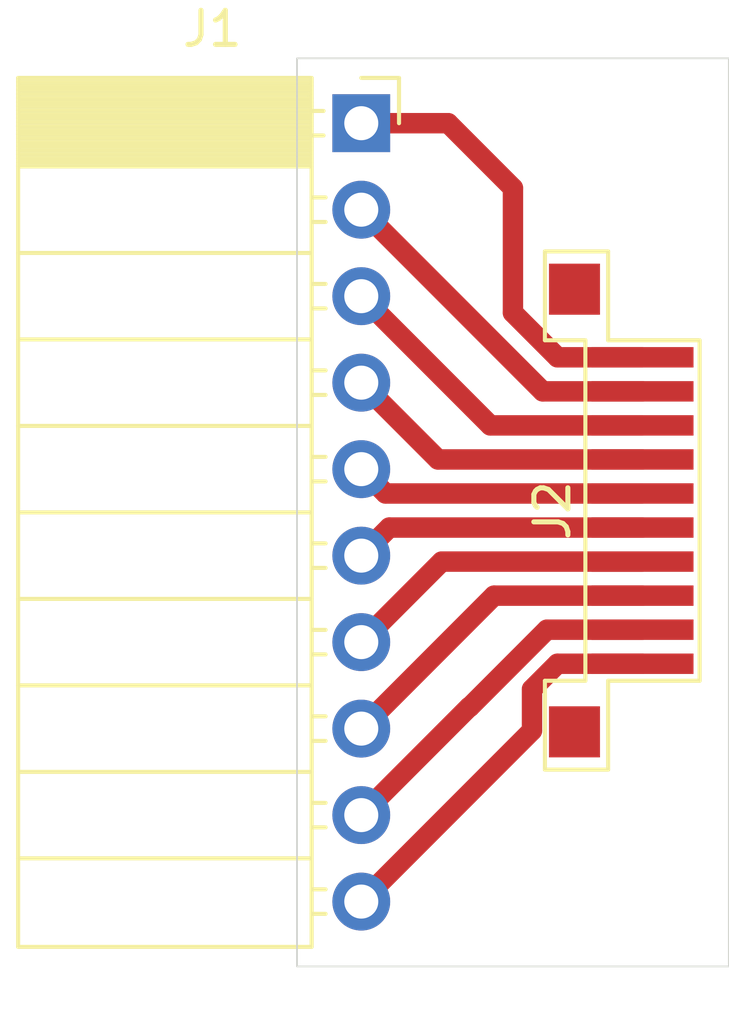
<source format=kicad_pcb>
(kicad_pcb (version 20240108) (generator "pcbnew") (generator_version "8.0")
  (layers (0 "F.Cu" signal) (31 "B.Cu" signal) (34 "B.Paste" user) (35 "F.Paste" user) (36 "B.SilkS" user "B.Silkscreen") (37 "F.SilkS" user "F.Silkscreen") (38 "B.Mask" user) (39 "F.Mask" user) (44 "Edge.Cuts" user))
  (net 0 "")
  (net 1 "Net-(J1-Pin_3)")
  (net 2 "Net-(J1-Pin_7)")
  (net 3 "Net-(J1-Pin_10)")
  (net 4 "Net-(J1-Pin_1)")
  (net 5 "Net-(J1-Pin_2)")
  (net 6 "Net-(J1-Pin_6)")
  (net 7 "Net-(J1-Pin_8)")
  (net 8 "Net-(J1-Pin_9)")
  (net 9 "Net-(J1-Pin_5)")
  (net 10 "Net-(J1-Pin_4)")
  (footprint "Connector_PinSocket_2.54mm:PinSocket_1x10_P2.54mm_Horizontal" (layer "F.Cu") (at 97.14 67.945)
    (property "Reference" "J1" (at -4.38 -2.77 0) (layer "F.SilkS"))
    (property "Value" "Conn_01x10_Pin")
    (fp_line (start -10.09 -1.33) (end -10.09 24.19) (stroke (width 0.12)) (layer "F.SilkS"))
    (fp_line (start -10.09 -1.33) (end -1.46 -1.33) (stroke (width 0.12)) (layer "F.SilkS"))
    (fp_line (start -10.09 -1.21) (end -1.46 -1.21) (stroke (width 0.12)) (layer "F.SilkS"))
    (fp_line (start -10.09 -1.091905) (end -1.46 -1.091905) (stroke (width 0.12)) (layer "F.SilkS"))
    (fp_line (start -10.09 -0.97381) (end -1.46 -0.97381) (stroke (width 0.12)) (layer "F.SilkS"))
    (fp_line (start -10.09 -0.855715) (end -1.46 -0.855715) (stroke (width 0.12)) (layer "F.SilkS"))
    (fp_line (start -10.09 -0.73762) (end -1.46 -0.73762) (stroke (width 0.12)) (layer "F.SilkS"))
    (fp_line (start -10.09 -0.619525) (end -1.46 -0.619525) (stroke (width 0.12)) (layer "F.SilkS"))
    (fp_line (start -10.09 -0.50143) (end -1.46 -0.50143) (stroke (width 0.12)) (layer "F.SilkS"))
    (fp_line (start -10.09 -0.383335) (end -1.46 -0.383335) (stroke (width 0.12)) (layer "F.SilkS"))
    (fp_line (start -10.09 -0.26524) (end -1.46 -0.26524) (stroke (width 0.12)) (layer "F.SilkS"))
    (fp_line (start -10.09 -0.147145) (end -1.46 -0.147145) (stroke (width 0.12)) (layer "F.SilkS"))
    (fp_line (start -10.09 -0.02905) (end -1.46 -0.02905) (stroke (width 0.12)) (layer "F.SilkS"))
    (fp_line (start -10.09 0.089045) (end -1.46 0.089045) (stroke (width 0.12)) (layer "F.SilkS"))
    (fp_line (start -10.09 0.20714) (end -1.46 0.20714) (stroke (width 0.12)) (layer "F.SilkS"))
    (fp_line (start -10.09 0.325235) (end -1.46 0.325235) (stroke (width 0.12)) (layer "F.SilkS"))
    (fp_line (start -10.09 0.44333) (end -1.46 0.44333) (stroke (width 0.12)) (layer "F.SilkS"))
    (fp_line (start -10.09 0.561425) (end -1.46 0.561425) (stroke (width 0.12)) (layer "F.SilkS"))
    (fp_line (start -10.09 0.67952) (end -1.46 0.67952) (stroke (width 0.12)) (layer "F.SilkS"))
    (fp_line (start -10.09 0.797615) (end -1.46 0.797615) (stroke (width 0.12)) (layer "F.SilkS"))
    (fp_line (start -10.09 0.91571) (end -1.46 0.91571) (stroke (width 0.12)) (layer "F.SilkS"))
    (fp_line (start -10.09 1.033805) (end -1.46 1.033805) (stroke (width 0.12)) (layer "F.SilkS"))
    (fp_line (start -10.09 1.1519) (end -1.46 1.1519) (stroke (width 0.12)) (layer "F.SilkS"))
    (fp_line (start -10.09 1.27) (end -1.46 1.27) (stroke (width 0.12)) (layer "F.SilkS"))
    (fp_line (start -10.09 3.81) (end -1.46 3.81) (stroke (width 0.12)) (layer "F.SilkS"))
    (fp_line (start -10.09 6.35) (end -1.46 6.35) (stroke (width 0.12)) (layer "F.SilkS"))
    (fp_line (start -10.09 8.89) (end -1.46 8.89) (stroke (width 0.12)) (layer "F.SilkS"))
    (fp_line (start -10.09 11.43) (end -1.46 11.43) (stroke (width 0.12)) (layer "F.SilkS"))
    (fp_line (start -10.09 13.97) (end -1.46 13.97) (stroke (width 0.12)) (layer "F.SilkS"))
    (fp_line (start -10.09 16.51) (end -1.46 16.51) (stroke (width 0.12)) (layer "F.SilkS"))
    (fp_line (start -10.09 19.05) (end -1.46 19.05) (stroke (width 0.12)) (layer "F.SilkS"))
    (fp_line (start -10.09 21.59) (end -1.46 21.59) (stroke (width 0.12)) (layer "F.SilkS"))
    (fp_line (start -10.09 24.19) (end -1.46 24.19) (stroke (width 0.12)) (layer "F.SilkS"))
    (fp_line (start -1.46 -1.33) (end -1.46 24.19) (stroke (width 0.12)) (layer "F.SilkS"))
    (fp_line (start -1.46 -0.36) (end -1.11 -0.36) (stroke (width 0.12)) (layer "F.SilkS"))
    (fp_line (start -1.46 0.36) (end -1.11 0.36) (stroke (width 0.12)) (layer "F.SilkS"))
    (fp_line (start -1.46 2.18) (end -1.05 2.18) (stroke (width 0.12)) (layer "F.SilkS"))
    (fp_line (start -1.46 2.9) (end -1.05 2.9) (stroke (width 0.12)) (layer "F.SilkS"))
    (fp_line (start -1.46 4.72) (end -1.05 4.72) (stroke (width 0.12)) (layer "F.SilkS"))
    (fp_line (start -1.46 5.44) (end -1.05 5.44) (stroke (width 0.12)) (layer "F.SilkS"))
    (fp_line (start -1.46 7.26) (end -1.05 7.26) (stroke (width 0.12)) (layer "F.SilkS"))
    (fp_line (start -1.46 7.98) (end -1.05 7.98) (stroke (width 0.12)) (layer "F.SilkS"))
    (fp_line (start -1.46 9.8) (end -1.05 9.8) (stroke (width 0.12)) (layer "F.SilkS"))
    (fp_line (start -1.46 10.52) (end -1.05 10.52) (stroke (width 0.12)) (layer "F.SilkS"))
    (fp_line (start -1.46 12.34) (end -1.05 12.34) (stroke (width 0.12)) (layer "F.SilkS"))
    (fp_line (start -1.46 13.06) (end -1.05 13.06) (stroke (width 0.12)) (layer "F.SilkS"))
    (fp_line (start -1.46 14.88) (end -1.05 14.88) (stroke (width 0.12)) (layer "F.SilkS"))
    (fp_line (start -1.46 15.6) (end -1.05 15.6) (stroke (width 0.12)) (layer "F.SilkS"))
    (fp_line (start -1.46 17.42) (end -1.05 17.42) (stroke (width 0.12)) (layer "F.SilkS"))
    (fp_line (start -1.46 18.14) (end -1.05 18.14) (stroke (width 0.12)) (layer "F.SilkS"))
    (fp_line (start -1.46 19.96) (end -1.05 19.96) (stroke (width 0.12)) (layer "F.SilkS"))
    (fp_line (start -1.46 20.68) (end -1.05 20.68) (stroke (width 0.12)) (layer "F.SilkS"))
    (fp_line (start -1.46 22.5) (end -1.05 22.5) (stroke (width 0.12)) (layer "F.SilkS"))
    (fp_line (start -1.46 23.22) (end -1.05 23.22) (stroke (width 0.12)) (layer "F.SilkS"))
    (fp_line (start 0 -1.33) (end 1.11 -1.33) (stroke (width 0.12)) (layer "F.SilkS"))
    (fp_line (start 1.11 -1.33) (end 1.11 0) (stroke (width 0.12)) (layer "F.SilkS"))
    (pad "1" thru_hole rect (at 0 0) (size 1.7 1.7) (drill 1) (layers "*.Cu" "*.Mask") (net 4 "Net-(J1-Pin_1)"))
    (pad "2" thru_hole oval (at 0 2.54) (size 1.7 1.7) (drill 1) (layers "*.Cu" "*.Mask") (net 5 "Net-(J1-Pin_2)"))
    (pad "3" thru_hole oval (at 0 5.08) (size 1.7 1.7) (drill 1) (layers "*.Cu" "*.Mask") (net 1 "Net-(J1-Pin_3)"))
    (pad "4" thru_hole oval (at 0 7.62) (size 1.7 1.7) (drill 1) (layers "*.Cu" "*.Mask") (net 10 "Net-(J1-Pin_4)"))
    (pad "5" thru_hole oval (at 0 10.16) (size 1.7 1.7) (drill 1) (layers "*.Cu" "*.Mask") (net 9 "Net-(J1-Pin_5)"))
    (pad "6" thru_hole oval (at 0 12.7) (size 1.7 1.7) (drill 1) (layers "*.Cu" "*.Mask") (net 6 "Net-(J1-Pin_6)"))
    (pad "7" thru_hole oval (at 0 15.24) (size 1.7 1.7) (drill 1) (layers "*.Cu" "*.Mask") (net 2 "Net-(J1-Pin_7)"))
    (pad "8" thru_hole oval (at 0 17.78) (size 1.7 1.7) (drill 1) (layers "*.Cu" "*.Mask") (net 7 "Net-(J1-Pin_8)"))
    (pad "9" thru_hole oval (at 0 20.32) (size 1.7 1.7) (drill 1) (layers "*.Cu" "*.Mask") (net 8 "Net-(J1-Pin_9)"))
    (pad "10" thru_hole oval (at 0 22.86) (size 1.7 1.7) (drill 1) (layers "*.Cu" "*.Mask") (net 3 "Net-(J1-Pin_10)"))
  )
  (footprint "Gzalo:LCD_PADS_10" (layer "F.Cu") (at 105.41 79.32 -90)
    (property "Reference" "J2" (at 0 2.65 90) (layer "F.SilkS"))
    (property "Value" "Conn_01x10_Pin")
    (fp_line (start -7.61 2.87) (end -7.61 1.01) (stroke (width 0.12)) (layer "F.SilkS"))
    (fp_line (start -5 2.87) (end -7.61 2.87) (stroke (width 0.12)) (layer "F.SilkS"))
    (fp_line (start 5 2.87) (end 7.61 2.87) (stroke (width 0.12)) (layer "F.SilkS"))
    (fp_line (start 7.61 2.87) (end 7.61 1.01) (stroke (width 0.12)) (layer "F.SilkS"))
    (fp_line (start -5 1.68) (end -5 2.87) (stroke (width 0.12)) (layer "F.SilkS"))
    (fp_line (start -5 1.68) (end 5 1.68) (stroke (width 0.12)) (layer "F.SilkS"))
    (fp_line (start 5 1.68) (end 5 2.87) (stroke (width 0.12)) (layer "F.SilkS"))
    (fp_line (start -7.61 1.01) (end -5 1.01) (stroke (width 0.12)) (layer "F.SilkS"))
    (fp_line (start -5 1.01) (end -5 -1.68) (stroke (width 0.12)) (layer "F.SilkS"))
    (fp_line (start 5 1.01) (end 5 -1.68) (stroke (width 0.12)) (layer "F.SilkS"))
    (fp_line (start 7.61 1.01) (end 5 1.01) (stroke (width 0.12)) (layer "F.SilkS"))
    (fp_line (start -5 -1.68) (end 5 -1.68) (stroke (width 0.12)) (layer "F.SilkS"))
    (pad "0" smd rect (at -6.5 2 270) (size 1.5 1.5) (layers "F.Cu" "F.Paste" "F.Mask"))
    (pad "0" smd rect (at 6.5 2 270) (size 1.5 1.5) (layers "F.Cu" "F.Paste" "F.Mask"))
    (pad "1" smd rect (at -4.5 0 270) (size 0.6 3) (layers "F.Cu" "F.Paste" "F.Mask") (net 4 "Net-(J1-Pin_1)"))
    (pad "2" smd rect (at -3.5 0 270) (size 0.6 3) (layers "F.Cu" "F.Paste" "F.Mask") (net 5 "Net-(J1-Pin_2)"))
    (pad "3" smd rect (at -2.5 0 270) (size 0.6 3) (layers "F.Cu" "F.Paste" "F.Mask") (net 1 "Net-(J1-Pin_3)"))
    (pad "4" smd rect (at -1.5 0 270) (size 0.6 3) (layers "F.Cu" "F.Paste" "F.Mask") (net 10 "Net-(J1-Pin_4)"))
    (pad "5" smd rect (at -0.5 0 270) (size 0.6 3) (layers "F.Cu" "F.Paste" "F.Mask") (net 9 "Net-(J1-Pin_5)"))
    (pad "6" smd rect (at 0.5 0 270) (size 0.6 3) (layers "F.Cu" "F.Paste" "F.Mask") (net 6 "Net-(J1-Pin_6)"))
    (pad "7" smd rect (at 1.5 0 270) (size 0.6 3) (layers "F.Cu" "F.Paste" "F.Mask") (net 2 "Net-(J1-Pin_7)"))
    (pad "8" smd rect (at 2.5 0 270) (size 0.6 3) (layers "F.Cu" "F.Paste" "F.Mask") (net 7 "Net-(J1-Pin_8)"))
    (pad "9" smd rect (at 3.5 0 270) (size 0.6 3) (layers "F.Cu" "F.Paste" "F.Mask") (net 8 "Net-(J1-Pin_9)"))
    (pad "10" smd rect (at 4.5 0 270) (size 0.6 3) (layers "F.Cu" "F.Paste" "F.Mask") (net 3 "Net-(J1-Pin_10)"))
  )
  (gr_rect (start 95.25 66.04) (end 107.95 92.71) (stroke (width 0.05)) (fill none) (layer "Edge.Cuts"))
  (segment (start 100.935 76.82) (end 105.41 76.82) (width 0.6) (layer "F.Cu") (net 1))
  (segment (start 97.14 73.025) (end 100.935 76.82) (width 0.6) (layer "F.Cu") (net 1))
  (segment (start 97.14 83.185) (end 99.505 80.82) (width 0.6) (layer "F.Cu") (net 2))
  (segment (start 99.505 80.82) (end 105.41 80.82) (width 0.6) (layer "F.Cu") (net 2))
  (segment (start 97.14 90.805) (end 102.16 85.785) (width 0.6) (layer "F.Cu") (net 3))
  (segment (start 102.16 85.785) (end 102.16 84.57) (width 0.6) (layer "F.Cu") (net 3))
  (segment (start 102.91 83.82) (end 105.41 83.82) (width 0.6) (layer "F.Cu") (net 3))
  (segment (start 102.16 84.57) (end 102.91 83.82) (width 0.6) (layer "F.Cu") (net 3))
  (segment (start 101.6 69.85) (end 99.695 67.945) (width 0.6) (layer "F.Cu") (net 4))
  (segment (start 99.695 67.945) (end 97.14 67.945) (width 0.6) (layer "F.Cu") (net 4))
  (segment (start 105.41 74.82) (end 102.91 74.82) (width 0.6) (layer "F.Cu") (net 4))
  (segment (start 101.6 73.51) (end 101.6 69.85) (width 0.6) (layer "F.Cu") (net 4))
  (segment (start 102.91 74.82) (end 101.6 73.51) (width 0.6) (layer "F.Cu") (net 4))
  (segment (start 102.475 75.82) (end 105.41 75.82) (width 0.6) (layer "F.Cu") (net 5))
  (segment (start 97.14 70.485) (end 102.475 75.82) (width 0.6) (layer "F.Cu") (net 5))
  (segment (start 97.965 79.82) (end 105.41 79.82) (width 0.6) (layer "F.Cu") (net 6))
  (segment (start 97.14 80.645) (end 97.965 79.82) (width 0.6) (layer "F.Cu") (net 6))
  (segment (start 101.045 81.82) (end 105.41 81.82) (width 0.6) (layer "F.Cu") (net 7))
  (segment (start 97.14 85.725) (end 101.045 81.82) (width 0.6) (layer "F.Cu") (net 7))
  (segment (start 100.33 85.09) (end 102.6 82.82) (width 0.6) (layer "F.Cu") (net 8))
  (segment (start 100.315 85.09) (end 100.33 85.09) (width 0.6) (layer "F.Cu") (net 8))
  (segment (start 97.14 88.265) (end 100.315 85.09) (width 0.6) (layer "F.Cu") (net 8))
  (segment (start 102.6 82.82) (end 105.41 82.82) (width 0.6) (layer "F.Cu") (net 8))
  (segment (start 97.855 78.82) (end 105.41 78.82) (width 0.6) (layer "F.Cu") (net 9))
  (segment (start 97.14 78.105) (end 97.855 78.82) (width 0.6) (layer "F.Cu") (net 9))
  (segment (start 97.14 75.565) (end 99.395 77.82) (width 0.6) (layer "F.Cu") (net 10))
  (segment (start 99.395 77.82) (end 105.41 77.82) (width 0.6) (layer "F.Cu") (net 10))
)
</source>
